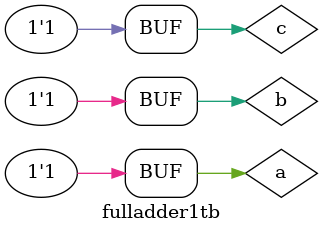
<source format=v>
`timescale 1ns / 1ps


module fulladder1tb;

	// Inputs
	reg a;
	reg b;
	reg c;

	// Outputs
	wire sum;
	wire carry;

	// Instantiate the Unit Under Test (UUT)
	fulladder1 uut (
		.sum(sum), 
		.carry(carry), 
		.a(a), 
		.b(b), 
		.c(c)
	);
	initial begin
	$monitor("time=$g,a=%b,b=%b,c=%b,sum=%b,carry=%b",$time,a,b,c,sum,carry);
	end

	initial begin
		// Initialize Inputs
		a = 0;
		b = 0;
		c = 0;

		// Wait 100 ns for global reset to finish
		#100 a = 0;b = 0;c = 1;
		#100 a = 0;b = 1;c = 0;
		#100 a = 0;b = 1;c = 1;
		#100 a = 1;b = 0;c = 0;
		#100 a = 1;b = 0;c = 1;
		#100 a = 1;b = 1;c = 0;
		#100 a = 1;b = 1;c = 1;
      // Add stimulus here

	end
      
endmodule


</source>
